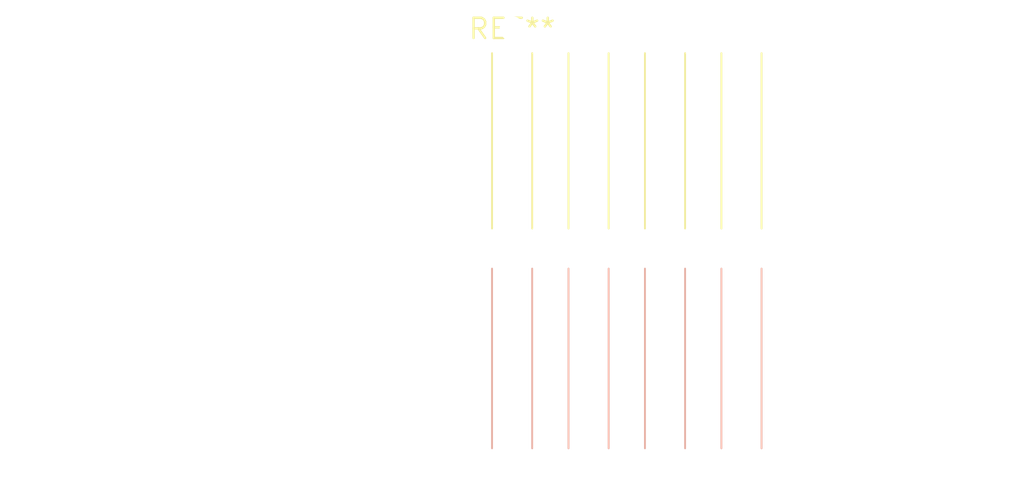
<source format=kicad_pcb>
(kicad_pcb (version 20240108) (generator pcbnew)
  (layers (0 "F.Cu" signal) (31 "B.Cu" signal) (34 "B.Paste" user) (35 "F.Paste" user) (36 "B.SilkS" user "B.Silkscreen") (37 "F.SilkS" user "F.Silkscreen") (38 "B.Mask" user) (39 "F.Mask" user) (44 "Edge.Cuts" user))
  (net 0 "")
  (footprint "SolderWire-0.75sqmm_1x04_P4.8mm_D1.25mm_OD2.3mm_Relief2x" (layer "F.Cu") (at 0 0)
    (property "Reference" "REF**")
    (property "Value" "SolderWire-0.75sqmm_1x04_P4.8mm_D1.25mm_OD2.3mm_Relief2x")
    (fp_line (start -1.26 15.06) (end -1.26 26.34) (layer "B.SilkS") (stroke (width 0.12)))
    (fp_line (start 1.26 15.06) (end 1.26 26.34) (layer "B.SilkS") (stroke (width 0.12)))
    (fp_line (start 3.54 15.06) (end 3.54 26.34) (layer "B.SilkS") (stroke (width 0.12)))
    (fp_line (start 6.06 15.06) (end 6.06 26.34) (layer "B.SilkS") (stroke (width 0.12)))
    (fp_line (start 8.34 15.06) (end 8.34 26.34) (layer "B.SilkS") (stroke (width 0.12)))
    (fp_line (start 10.86 15.06) (end 10.86 26.34) (layer "B.SilkS") (stroke (width 0.12)))
    (fp_line (start 13.14 15.06) (end 13.14 26.34) (layer "B.SilkS") (stroke (width 0.12)))
    (fp_line (start 15.66 15.06) (end 15.66 26.34) (layer "B.SilkS") (stroke (width 0.12)))
    (fp_line (start -1.26 1.535) (end -1.26 12.54) (layer "F.SilkS") (stroke (width 0.12)))
    (fp_line (start 1.26 1.535) (end 1.26 12.54) (layer "F.SilkS") (stroke (width 0.12)))
    (fp_line (start 3.54 1.535) (end 3.54 12.54) (layer "F.SilkS") (stroke (width 0.12)))
    (fp_line (start 6.06 1.535) (end 6.06 12.54) (layer "F.SilkS") (stroke (width 0.12)))
    (fp_line (start 8.34 1.535) (end 8.34 12.54) (layer "F.SilkS") (stroke (width 0.12)))
    (fp_line (start 10.86 1.535) (end 10.86 12.54) (layer "F.SilkS") (stroke (width 0.12)))
    (fp_line (start 13.14 1.535) (end 13.14 12.54) (layer "F.SilkS") (stroke (width 0.12)))
    (fp_line (start 15.66 1.535) (end 15.66 12.54) (layer "F.SilkS") (stroke (width 0.12)))
    (pad "" np_thru_hole circle (at 0 13.8) (size 2.8 2.8) (drill 2.8) (layers *.Cu *.Mask))
    (pad "" np_thru_hole circle (at 0 27.6) (size 2.8 2.8) (drill 2.8) (layers *.Cu *.Mask))
    (pad "" np_thru_hole circle (at 4.8 13.8) (size 2.8 2.8) (drill 2.8) (layers *.Cu *.Mask))
    (pad "" np_thru_hole circle (at 4.8 27.6) (size 2.8 2.8) (drill 2.8) (layers *.Cu *.Mask))
    (pad "" np_thru_hole circle (at 9.6 13.8) (size 2.8 2.8) (drill 2.8) (layers *.Cu *.Mask))
    (pad "" np_thru_hole circle (at 9.6 27.6) (size 2.8 2.8) (drill 2.8) (layers *.Cu *.Mask))
    (pad "" np_thru_hole circle (at 14.4 13.8) (size 2.8 2.8) (drill 2.8) (layers *.Cu *.Mask))
    (pad "" np_thru_hole circle (at 14.4 27.6) (size 2.8 2.8) (drill 2.8) (layers *.Cu *.Mask))
    (pad "1" thru_hole roundrect (at 0 0) (size 2.55 2.55) (drill 1.55) (layers *.Cu *.Mask) (remove_unused_layers) (roundrect_rratio 0.098039))
    (pad "2" thru_hole circle (at 4.8 0) (size 2.55 2.55) (drill 1.55) (layers *.Cu *.Mask) (remove_unused_layers))
    (pad "3" thru_hole circle (at 9.6 0) (size 2.55 2.55) (drill 1.55) (layers *.Cu *.Mask) (remove_unused_layers))
    (pad "4" thru_hole circle (at 14.4 0) (size 2.55 2.55) (drill 1.55) (layers *.Cu *.Mask) (remove_unused_layers))
  )
)
</source>
